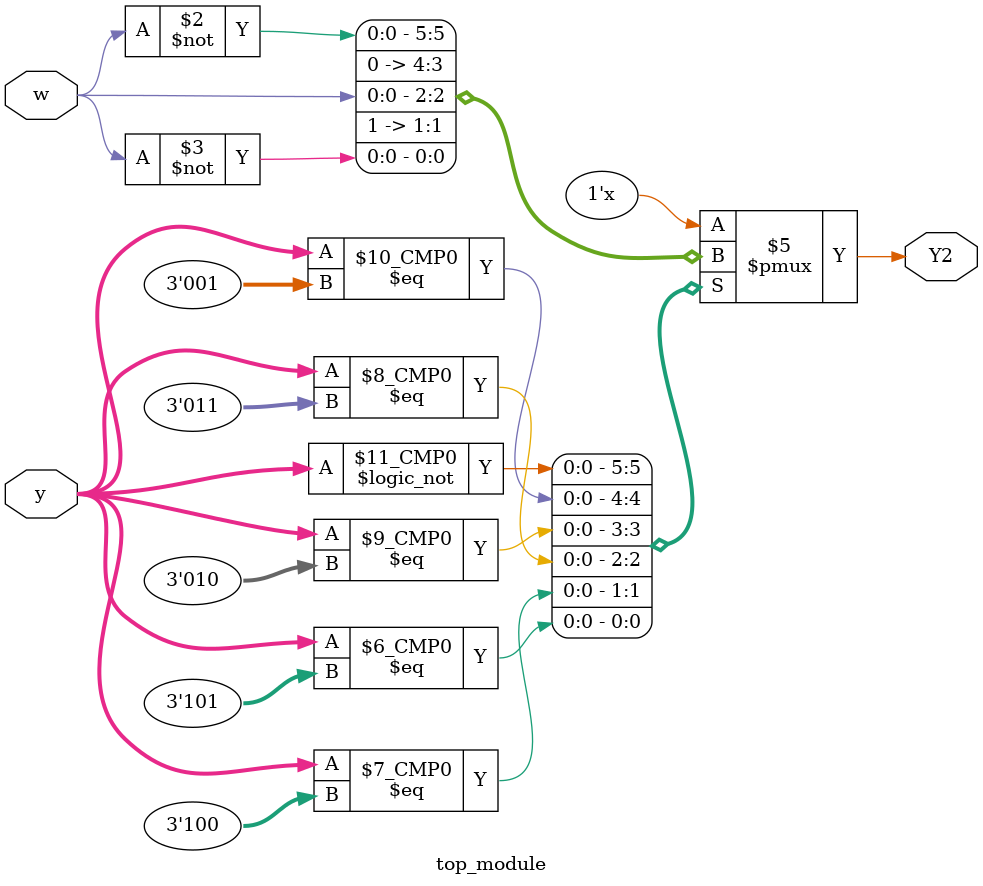
<source format=sv>
module top_module(
    input [3:1] y,
    input w,
    output reg Y2
);

always @(*) begin
    case (y)
        3'b000: begin // State A
            Y2 = ~w;
        end
        3'b001: begin // State B
            Y2 = 1'b0;
        end
        3'b010: begin // State C
            Y2 = 1'b0;
        end
        3'b011: begin // State D
            Y2 = w;
        end
        3'b100: begin // State E
            Y2 = 1'b1;
        end
        3'b101: begin // State F
            Y2 = ~w;
        end
        default: begin
            Y2 = 1'bx; // Invalid state
        end
    endcase
end

endmodule

</source>
